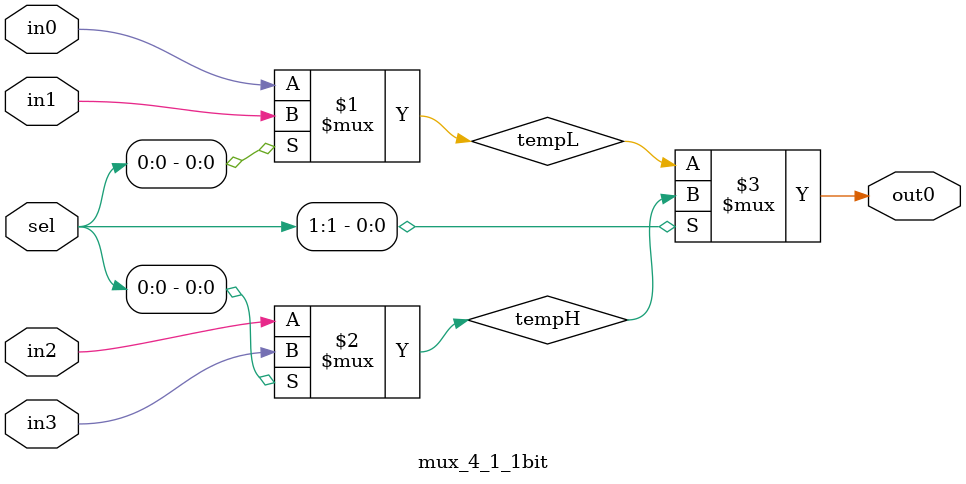
<source format=v>

module mux_4_1_1bit (in0, in1, in2, in3, sel, out0);

/*****************************************************|
|********* Input/ Output Signal Declarations *********|
|*****************************************************/
    //Input CLK & RST
		//None

    //Input Signals
    input wire  	in0,
                    in1,
                    in2,
                    in3;
    
    //Input Control Signals
    input wire [1:0]	sel;
    
    //Output Signals
    output wire   out0;

/*****************************************************|
|********** Internal Signal Declarations *************|
|*****************************************************/
	wire  	tempL,
            tempH;			

/*****************************************************|
|********* Internal Module Instantitations ***********|
|*****************************************************/
	//None

/*****************************************************|
|***************** Internal Logic ********************|
|*****************************************************/
	assign tempL = sel[0] ? in1 : in0;
	assign tempH = sel[0] ? in3 : in2;
	assign out0  = sel[1] ? tempH : tempL;
	
endmodule

</source>
